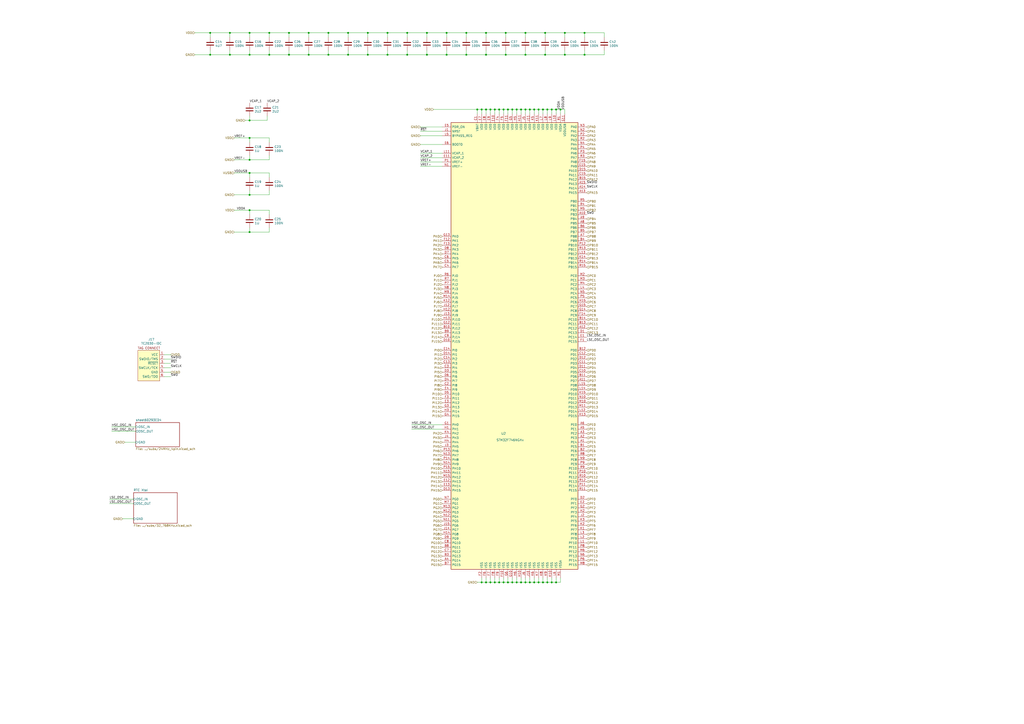
<source format=kicad_sch>
(kicad_sch (version 20211123) (generator eeschema)
  (paper "A2")
  (lib_symbols
    (symbol "Device:C" (pin_numbers hide) (pin_names (offset 0.254))
      (property "Reference" "C" (at 0.635 2.54 0))
      (property "Value" "C" (at 0.635 -2.54 0))
      (symbol "C_0_1"
        (polyline (pts (xy -2.032 -0.762) (xy 2.032 -0.762)) (stroke (width 0.508)))
        (polyline (pts (xy -2.032 0.762) (xy 2.032 0.762)) (stroke (width 0.508)))
      )
      (symbol "C_1_1"
        (pin passive line (at 0 3.81 270) (length 2.794) (name "~") (number "1"))
        (pin passive line (at 0 -3.81 90) (length 2.794) (name "~") (number "2"))
      )
    )
    (symbol "MCU_ST_STM32F7:STM32F746NGHx"
      (property "Reference" "U" (at -38.1 130.81 0))
      (property "Value" "STM32F746NGHx" (at 30.48 130.81 0))
      (symbol "STM32F746NGHx_0_1"
        (rectangle (start -38.1 -129.54) (end 35.56 129.54) (stroke (width 0.254)) (fill (type background)))
      )
      (symbol "STM32F746NGHx_1_1"
        (pin bidirectional line (at 40.64 -55.88 180) (length 5.08) (name "PE4") (number "A1"))
        (pin bidirectional line (at 40.64 76.2 180) (length 5.08) (name "PB3") (number "A10"))
        (pin bidirectional line (at 40.64 -20.32 180) (length 5.08) (name "PD7") (number "A11"))
        (pin bidirectional line (at 40.64 10.16 180) (length 5.08) (name "PC12") (number "A12"))
        (pin bidirectional line (at 40.64 88.9 180) (length 5.08) (name "PA15") (number "A13"))
        (pin bidirectional line (at 40.64 91.44 180) (length 5.08) (name "PA14") (number "A14"))
        (pin bidirectional line (at 40.64 93.98 180) (length 5.08) (name "PA13") (number "A15"))
        (pin bidirectional line (at 40.64 -53.34 180) (length 5.08) (name "PE3") (number "A2"))
        (pin bidirectional line (at 40.64 -50.8 180) (length 5.08) (name "PE2") (number "A3"))
        (pin bidirectional line (at -43.18 -124.46 0) (length 5.08) (name "PG14") (number "A4"))
        (pin bidirectional line (at 40.64 -48.26 180) (length 5.08) (name "PE1") (number "A5"))
        (pin bidirectional line (at 40.64 -45.72 180) (length 5.08) (name "PE0") (number "A6"))
        (pin bidirectional line (at 40.64 63.5 180) (length 5.08) (name "PB8") (number "A7"))
        (pin bidirectional line (at 40.64 71.12 180) (length 5.08) (name "PB5") (number "A8"))
        (pin bidirectional line (at 40.64 73.66 180) (length 5.08) (name "PB4") (number "A9"))
        (pin bidirectional line (at 40.64 -58.42 180) (length 5.08) (name "PE5") (number "B1"))
        (pin bidirectional line (at -43.18 10.16 0) (length 5.08) (name "PJ12") (number "B10"))
        (pin bidirectional line (at 40.64 -17.78 180) (length 5.08) (name "PD6") (number "B11"))
        (pin bidirectional line (at 40.64 -2.54 180) (length 5.08) (name "PD0") (number "B12"))
        (pin bidirectional line (at 40.64 12.7 180) (length 5.08) (name "PC11") (number "B13"))
        (pin bidirectional line (at 40.64 15.24 180) (length 5.08) (name "PC10") (number "B14"))
        (pin bidirectional line (at 40.64 96.52 180) (length 5.08) (name "PA12") (number "B15"))
        (pin bidirectional line (at 40.64 -60.96 180) (length 5.08) (name "PE6") (number "B2"))
        (pin bidirectional line (at -43.18 -121.92 0) (length 5.08) (name "PG13") (number "B3"))
        (pin bidirectional line (at 40.64 60.96 180) (length 5.08) (name "PB9") (number "B4"))
        (pin bidirectional line (at 40.64 66.04 180) (length 5.08) (name "PB7") (number "B5"))
        (pin bidirectional line (at 40.64 68.58 180) (length 5.08) (name "PB6") (number "B6"))
        (pin bidirectional line (at -43.18 -127 0) (length 5.08) (name "PG15") (number "B7"))
        (pin bidirectional line (at -43.18 -116.84 0) (length 5.08) (name "PG11") (number "B8"))
        (pin bidirectional line (at -43.18 7.62 0) (length 5.08) (name "PJ13") (number "B9"))
        (pin power_in line (at -22.86 134.62 270) (length 5.08) (name "VBAT") (number "C1"))
        (pin bidirectional line (at 40.64 -15.24 180) (length 5.08) (name "PD5") (number "C10"))
        (pin bidirectional line (at 40.64 -10.16 180) (length 5.08) (name "PD3") (number "C11"))
        (pin bidirectional line (at 40.64 -5.08 180) (length 5.08) (name "PD1") (number "C12"))
        (pin bidirectional line (at -43.18 -10.16 0) (length 5.08) (name "PI3") (number "C13"))
        (pin bidirectional line (at -43.18 -7.62 0) (length 5.08) (name "PI2") (number "C14"))
        (pin bidirectional line (at 40.64 99.06 180) (length 5.08) (name "PA11") (number "C15"))
        (pin bidirectional line (at -43.18 -22.86 0) (length 5.08) (name "PI8") (number "C2"))
        (pin bidirectional line (at -43.18 -12.7 0) (length 5.08) (name "PI4") (number "C3"))
        (pin bidirectional line (at -43.18 45.72 0) (length 5.08) (name "PK7") (number "C4"))
        (pin bidirectional line (at -43.18 48.26 0) (length 5.08) (name "PK6") (number "C5"))
        (pin bidirectional line (at -43.18 50.8 0) (length 5.08) (name "PK5") (number "C6"))
        (pin bidirectional line (at -43.18 -119.38 0) (length 5.08) (name "PG12") (number "C7"))
        (pin bidirectional line (at -43.18 -114.3 0) (length 5.08) (name "PG10") (number "C8"))
        (pin bidirectional line (at -43.18 5.08 0) (length 5.08) (name "PJ14") (number "C9"))
        (pin bidirectional line (at 40.64 7.62 180) (length 5.08) (name "PC13") (number "D1"))
        (pin bidirectional line (at -43.18 2.54 0) (length 5.08) (name "PJ15") (number "D10"))
        (pin bidirectional line (at 40.64 -12.7 180) (length 5.08) (name "PD4") (number "D11"))
        (pin bidirectional line (at 40.64 -7.62 180) (length 5.08) (name "PD2") (number "D12"))
        (pin bidirectional line (at -43.18 -83.82 0) (length 5.08) (name "PH15") (number "D13"))
        (pin bidirectional line (at -43.18 -5.08 0) (length 5.08) (name "PI1") (number "D14"))
        (pin bidirectional line (at 40.64 101.6 180) (length 5.08) (name "PA10") (number "D15"))
        (pin bidirectional line (at 40.64 -88.9 180) (length 5.08) (name "PF0") (number "D2"))
        (pin bidirectional line (at -43.18 -15.24 0) (length 5.08) (name "PI5") (number "D3"))
        (pin bidirectional line (at -43.18 -20.32 0) (length 5.08) (name "PI7") (number "D4"))
        (pin bidirectional line (at -43.18 -27.94 0) (length 5.08) (name "PI10") (number "D5"))
        (pin bidirectional line (at -43.18 -17.78 0) (length 5.08) (name "PI6") (number "D6"))
        (pin bidirectional line (at -43.18 53.34 0) (length 5.08) (name "PK4") (number "D7"))
        (pin bidirectional line (at -43.18 55.88 0) (length 5.08) (name "PK3") (number "D8"))
        (pin bidirectional line (at -43.18 -111.76 0) (length 5.08) (name "PG9") (number "D9"))
        (pin bidirectional line (at 40.64 5.08 180) (length 5.08) (name "PC14") (number "E1"))
        (pin power_in line (at -12.7 134.62 270) (length 5.08) (name "VDD") (number "E10"))
        (pin power_in line (at -43.18 109.22 0) (length 5.08) (name "VCAP_2") (number "E11"))
        (pin bidirectional line (at -43.18 -78.74 0) (length 5.08) (name "PH13") (number "E12"))
        (pin bidirectional line (at -43.18 -81.28 0) (length 5.08) (name "PH14") (number "E13"))
        (pin bidirectional line (at -43.18 -2.54 0) (length 5.08) (name "PI0") (number "E14"))
        (pin bidirectional line (at 40.64 104.14 180) (length 5.08) (name "PA9") (number "E15"))
        (pin bidirectional line (at 40.64 -91.44 180) (length 5.08) (name "PF1") (number "E2"))
        (pin bidirectional line (at -43.18 -33.02 0) (length 5.08) (name "PI12") (number "E3"))
        (pin bidirectional line (at -43.18 -25.4 0) (length 5.08) (name "PI9") (number "E4"))
        (pin input line (at -43.18 127 0) (length 5.08) (name "PDR_ON") (number "E5"))
        (pin input line (at -43.18 116.84 0) (length 5.08) (name "BOOT0") (number "E6"))
        (pin power_in line (at -20.32 134.62 270) (length 5.08) (name "VDD") (number "E7"))
        (pin power_in line (at -17.78 134.62 270) (length 5.08) (name "VDD") (number "E8"))
        (pin power_in line (at -15.24 134.62 270) (length 5.08) (name "VDD") (number "E9"))
        (pin bidirectional line (at 40.64 2.54 180) (length 5.08) (name "PC15") (number "F1"))
        (pin power_in line (at -7.62 -134.62 90) (length 5.08) (name "VSS") (number "F10"))
        (pin power_in line (at -5.08 134.62 270) (length 5.08) (name "VDD") (number "F11"))
        (pin bidirectional line (at -43.18 60.96 0) (length 5.08) (name "PK1") (number "F12"))
        (pin bidirectional line (at -43.18 58.42 0) (length 5.08) (name "PK2") (number "F13"))
        (pin bidirectional line (at 40.64 17.78 180) (length 5.08) (name "PC9") (number "F14"))
        (pin bidirectional line (at 40.64 106.68 180) (length 5.08) (name "PA8") (number "F15"))
        (pin power_in line (at -20.32 -134.62 90) (length 5.08) (name "VSS") (number "F2"))
        (pin bidirectional line (at -43.18 -30.48 0) (length 5.08) (name "PI11") (number "F3"))
        (pin power_in line (at -10.16 134.62 270) (length 5.08) (name "VDD") (number "F4"))
        (pin power_in line (at -7.62 134.62 270) (length 5.08) (name "VDD") (number "F5"))
        (pin power_in line (at -17.78 -134.62 90) (length 5.08) (name "VSS") (number "F6"))
        (pin power_in line (at -15.24 -134.62 90) (length 5.08) (name "VSS") (number "F7"))
        (pin power_in line (at -12.7 -134.62 90) (length 5.08) (name "VSS") (number "F8"))
        (pin power_in line (at -10.16 -134.62 90) (length 5.08) (name "VSS") (number "F9"))
        (pin input line (at -43.18 -45.72 0) (length 5.08) (name "PH0") (number "G1"))
        (pin power_in line (at -2.54 -134.62 90) (length 5.08) (name "VSS") (number "G10"))
        (pin power_in line (at 27.94 134.62 270) (length 5.08) (name "VDDUSB") (number "G11"))
        (pin bidirectional line (at -43.18 12.7 0) (length 5.08) (name "PJ11") (number "G12"))
        (pin bidirectional line (at -43.18 63.5 0) (length 5.08) (name "PK0") (number "G13"))
        (pin bidirectional line (at 40.64 20.32 180) (length 5.08) (name "PC8") (number "G14"))
        (pin bidirectional line (at 40.64 22.86 180) (length 5.08) (name "PC7") (number "G15"))
        (pin bidirectional line (at 40.64 -93.98 180) (length 5.08) (name "PF2") (number "G2"))
        (pin bidirectional line (at -43.18 -35.56 0) (length 5.08) (name "PI13") (number "G3"))
        (pin bidirectional line (at -43.18 -40.64 0) (length 5.08) (name "PI15") (number "G4"))
        (pin power_in line (at -2.54 134.62 270) (length 5.08) (name "VDD") (number "G5"))
        (pin power_in line (at -5.08 -134.62 90) (length 5.08) (name "VSS") (number "G6"))
        (pin input line (at -43.18 -48.26 0) (length 5.08) (name "PH1") (number "H1"))
        (pin power_in line (at 2.54 -134.62 90) (length 5.08) (name "VSS") (number "H10"))
        (pin power_in line (at 2.54 134.62 270) (length 5.08) (name "VDD") (number "H11"))
        (pin bidirectional line (at -43.18 20.32 0) (length 5.08) (name "PJ8") (number "H12"))
        (pin bidirectional line (at -43.18 15.24 0) (length 5.08) (name "PJ10") (number "H13"))
        (pin bidirectional line (at -43.18 -109.22 0) (length 5.08) (name "PG8") (number "H14"))
        (pin bidirectional line (at 40.64 25.4 180) (length 5.08) (name "PC6") (number "H15"))
        (pin bidirectional line (at 40.64 -96.52 180) (length 5.08) (name "PF3") (number "H2"))
        (pin bidirectional line (at -43.18 -38.1 0) (length 5.08) (name "PI14") (number "H3"))
        (pin bidirectional line (at -43.18 -55.88 0) (length 5.08) (name "PH4") (number "H4"))
        (pin power_in line (at 0 134.62 270) (length 5.08) (name "VDD") (number "H5"))
        (pin power_in line (at 0 -134.62 90) (length 5.08) (name "VSS") (number "H6"))
        (pin input line (at -43.18 124.46 0) (length 5.08) (name "NRST") (number "J1"))
        (pin power_in line (at 7.62 -134.62 90) (length 5.08) (name "VSS") (number "J10"))
        (pin power_in line (at 7.62 134.62 270) (length 5.08) (name "VDD") (number "J11"))
        (pin bidirectional line (at -43.18 22.86 0) (length 5.08) (name "PJ7") (number "J12"))
        (pin bidirectional line (at -43.18 17.78 0) (length 5.08) (name "PJ9") (number "J13"))
        (pin bidirectional line (at -43.18 -106.68 0) (length 5.08) (name "PG7") (number "J14"))
        (pin bidirectional line (at -43.18 -104.14 0) (length 5.08) (name "PG6") (number "J15"))
        (pin bidirectional line (at 40.64 -99.06 180) (length 5.08) (name "PF4") (number "J2"))
        (pin bidirectional line (at -43.18 -58.42 0) (length 5.08) (name "PH5") (number "J3"))
        (pin bidirectional line (at -43.18 -53.34 0) (length 5.08) (name "PH3") (number "J4"))
        (pin power_in line (at 5.08 134.62 270) (length 5.08) (name "VDD") (number "J5"))
        (pin power_in line (at 5.08 -134.62 90) (length 5.08) (name "VSS") (number "J6"))
        (pin bidirectional line (at 40.64 -106.68 180) (length 5.08) (name "PF7") (number "K1"))
        (pin power_in line (at 20.32 -134.62 90) (length 5.08) (name "VSS") (number "K10"))
        (pin power_in line (at 12.7 134.62 270) (length 5.08) (name "VDD") (number "K11"))
        (pin bidirectional line (at -43.18 25.4 0) (length 5.08) (name "PJ6") (number "K12"))
        (pin bidirectional line (at 40.64 -40.64 180) (length 5.08) (name "PD15") (number "K13"))
        (pin bidirectional line (at 40.64 50.8 180) (length 5.08) (name "PB13") (number "K14"))
        (pin bidirectional line (at 40.64 -27.94 180) (length 5.08) (name "PD10") (number "K15"))
        (pin bidirectional line (at 40.64 -104.14 180) (length 5.08) (name "PF6") (number "K2"))
        (pin bidirectional line (at 40.64 -101.6 180) (length 5.08) (name "PF5") (number "K3"))
        (pin bidirectional line (at -43.18 -50.8 0) (length 5.08) (name "PH2") (number "K4"))
        (pin power_in line (at 10.16 134.62 270) (length 5.08) (name "VDD") (number "K5"))
        (pin power_in line (at 10.16 -134.62 90) (length 5.08) (name "VSS") (number "K6"))
        (pin power_in line (at 12.7 -134.62 90) (length 5.08) (name "VSS") (number "K7"))
        (pin power_in line (at 15.24 -134.62 90) (length 5.08) (name "VSS") (number "K8"))
        (pin power_in line (at 17.78 -134.62 90) (length 5.08) (name "VSS") (number "K9"))
        (pin bidirectional line (at 40.64 -114.3 180) (length 5.08) (name "PF10") (number "L1"))
        (pin power_in line (at 22.86 134.62 270) (length 5.08) (name "VDD") (number "L10"))
        (pin power_in line (at -43.18 111.76 0) (length 5.08) (name "VCAP_1") (number "L11"))
        (pin bidirectional line (at 40.64 -38.1 180) (length 5.08) (name "PD14") (number "L12"))
        (pin bidirectional line (at 40.64 53.34 180) (length 5.08) (name "PB12") (number "L13"))
        (pin bidirectional line (at 40.64 -25.4 180) (length 5.08) (name "PD9") (number "L14"))
        (pin bidirectional line (at 40.64 -22.86 180) (length 5.08) (name "PD8") (number "L15"))
        (pin bidirectional line (at 40.64 -111.76 180) (length 5.08) (name "PF9") (number "L2"))
        (pin bidirectional line (at 40.64 -109.22 180) (length 5.08) (name "PF8") (number "L3"))
        (pin bidirectional line (at 40.64 33.02 180) (length 5.08) (name "PC3") (number "L4"))
        (pin input line (at -43.18 121.92 0) (length 5.08) (name "BYPASS_REG") (number "L5"))
        (pin power_in line (at 22.86 -134.62 90) (length 5.08) (name "VSS") (number "L6"))
        (pin power_in line (at 15.24 134.62 270) (length 5.08) (name "VDD") (number "L7"))
        (pin power_in line (at 17.78 134.62 270) (length 5.08) (name "VDD") (number "L8"))
        (pin power_in line (at 20.32 134.62 270) (length 5.08) (name "VDD") (number "L9"))
        (pin power_in line (at 25.4 -134.62 90) (length 5.08) (name "VSSA") (number "M1"))
        (pin bidirectional line (at 40.64 -33.02 180) (length 5.08) (name "PD12") (number "M10"))
        (pin bidirectional line (at 40.64 -35.56 180) (length 5.08) (name "PD13") (number "M11"))
        (pin bidirectional line (at -43.18 -96.52 0) (length 5.08) (name "PG3") (number "M12"))
        (pin bidirectional line (at -43.18 -93.98 0) (length 5.08) (name "PG2") (number "M13"))
        (pin bidirectional line (at -43.18 27.94 0) (length 5.08) (name "PJ5") (number "M14"))
        (pin bidirectional line (at -43.18 -76.2 0) (length 5.08) (name "PH12") (number "M15"))
        (pin bidirectional line (at 40.64 40.64 180) (length 5.08) (name "PC0") (number "M2"))
        (pin bidirectional line (at 40.64 38.1 180) (length 5.08) (name "PC1") (number "M3"))
        (pin bidirectional line (at 40.64 35.56 180) (length 5.08) (name "PC2") (number "M4"))
        (pin bidirectional line (at 40.64 78.74 180) (length 5.08) (name "PB2") (number "M5"))
        (pin bidirectional line (at 40.64 -119.38 180) (length 5.08) (name "PF12") (number "M6"))
        (pin bidirectional line (at -43.18 -91.44 0) (length 5.08) (name "PG1") (number "M7"))
        (pin bidirectional line (at 40.64 -127 180) (length 5.08) (name "PF15") (number "M8"))
        (pin bidirectional line (at -43.18 30.48 0) (length 5.08) (name "PJ4") (number "M9"))
        (pin power_in line (at -43.18 104.14 0) (length 5.08) (name "VREF-") (number "N1"))
        (pin bidirectional line (at 40.64 -30.48 180) (length 5.08) (name "PD11") (number "N10"))
        (pin bidirectional line (at -43.18 -101.6 0) (length 5.08) (name "PG5") (number "N11"))
        (pin bidirectional line (at -43.18 -99.06 0) (length 5.08) (name "PG4") (number "N12"))
        (pin bidirectional line (at -43.18 -63.5 0) (length 5.08) (name "PH7") (number "N13"))
        (pin bidirectional line (at -43.18 -68.58 0) (length 5.08) (name "PH9") (number "N14"))
        (pin bidirectional line (at -43.18 -73.66 0) (length 5.08) (name "PH11") (number "N15"))
        (pin bidirectional line (at 40.64 124.46 180) (length 5.08) (name "PA1") (number "N2"))
        (pin bidirectional line (at 40.64 127 180) (length 5.08) (name "PA0") (number "N3"))
        (pin bidirectional line (at 40.64 116.84 180) (length 5.08) (name "PA4") (number "N4"))
        (pin bidirectional line (at 40.64 30.48 180) (length 5.08) (name "PC4") (number "N5"))
        (pin bidirectional line (at 40.64 -121.92 180) (length 5.08) (name "PF13") (number "N6"))
        (pin bidirectional line (at -43.18 -88.9 0) (length 5.08) (name "PG0") (number "N7"))
        (pin bidirectional line (at -43.18 33.02 0) (length 5.08) (name "PJ3") (number "N8"))
        (pin bidirectional line (at 40.64 -66.04 180) (length 5.08) (name "PE8") (number "N9"))
        (pin power_in line (at -43.18 106.68 0) (length 5.08) (name "VREF+") (number "P1"))
        (pin bidirectional line (at 40.64 -73.66 180) (length 5.08) (name "PE11") (number "P10"))
        (pin bidirectional line (at 40.64 -81.28 180) (length 5.08) (name "PE14") (number "P11"))
        (pin bidirectional line (at 40.64 58.42 180) (length 5.08) (name "PB10") (number "P12"))
        (pin bidirectional line (at -43.18 -60.96 0) (length 5.08) (name "PH6") (number "P13"))
        (pin bidirectional line (at -43.18 -66.04 0) (length 5.08) (name "PH8") (number "P14"))
        (pin bidirectional line (at -43.18 -71.12 0) (length 5.08) (name "PH10") (number "P15"))
        (pin bidirectional line (at 40.64 121.92 180) (length 5.08) (name "PA2") (number "P2"))
        (pin bidirectional line (at 40.64 111.76 180) (length 5.08) (name "PA6") (number "P3"))
        (pin bidirectional line (at 40.64 114.3 180) (length 5.08) (name "PA5") (number "P4"))
        (pin bidirectional line (at 40.64 27.94 180) (length 5.08) (name "PC5") (number "P5"))
        (pin bidirectional line (at 40.64 -124.46 180) (length 5.08) (name "PF14") (number "P6"))
        (pin bidirectional line (at -43.18 35.56 0) (length 5.08) (name "PJ2") (number "P7"))
        (pin bidirectional line (at 40.64 -116.84 180) (length 5.08) (name "PF11") (number "P8"))
        (pin bidirectional line (at 40.64 -68.58 180) (length 5.08) (name "PE9") (number "P9"))
        (pin power_in line (at 25.4 134.62 270) (length 5.08) (name "VDDA") (number "R1"))
        (pin bidirectional line (at 40.64 -76.2 180) (length 5.08) (name "PE12") (number "R10"))
        (pin bidirectional line (at 40.64 -83.82 180) (length 5.08) (name "PE15") (number "R11"))
        (pin bidirectional line (at 40.64 -78.74 180) (length 5.08) (name "PE13") (number "R12"))
        (pin bidirectional line (at 40.64 55.88 180) (length 5.08) (name "PB11") (number "R13"))
        (pin bidirectional line (at 40.64 48.26 180) (length 5.08) (name "PB14") (number "R14"))
        (pin bidirectional line (at 40.64 45.72 180) (length 5.08) (name "PB15") (number "R15"))
        (pin bidirectional line (at 40.64 119.38 180) (length 5.08) (name "PA3") (number "R2"))
        (pin bidirectional line (at 40.64 109.22 180) (length 5.08) (name "PA7") (number "R3"))
        (pin bidirectional line (at 40.64 81.28 180) (length 5.08) (name "PB1") (number "R4"))
        (pin bidirectional line (at 40.64 83.82 180) (length 5.08) (name "PB0") (number "R5"))
        (pin bidirectional line (at -43.18 40.64 0) (length 5.08) (name "PJ0") (number "R6"))
        (pin bidirectional line (at -43.18 38.1 0) (length 5.08) (name "PJ1") (number "R7"))
        (pin bidirectional line (at 40.64 -63.5 180) (length 5.08) (name "PE7") (number "R8"))
        (pin bidirectional line (at 40.64 -71.12 180) (length 5.08) (name "PE10") (number "R9"))
      )
    )
    (symbol "william_connectors:TC2030-IDC" (pin_names (offset 1.016))
      (property "Reference" "J" (at 10.16 -8.89 0))
      (property "Value" "TC2030-IDC" (at 1.27 -10.16 0))
      (symbol "TC2030-IDC_0_0"
        (text "TAG CONNECT" (at 1.27 10.16 0) (effects (font (size 1.27 1.27))))
      )
      (symbol "TC2030-IDC_0_1"
        (rectangle (start -5.08 -8.89) (end 7.62 8.89) (fill (type background)))
      )
      (symbol "TC2030-IDC_1_1"
        (pin power_in line (at -7.62 6.35 0) (length 2.54) (name "VCC") (number "1"))
        (pin bidirectional line (at -7.62 3.81 0) (length 2.54) (name "SWDIO/TMS") (number "2"))
        (pin output line (at -7.62 1.27 0) (length 2.54) (name "~{RESET}") (number "3"))
        (pin output line (at -7.62 -1.27 0) (length 2.54) (name "SWCLK/TCK") (number "4"))
        (pin power_in line (at -7.62 -3.81 0) (length 2.54) (name "GND") (number "5"))
        (pin input line (at -7.62 -6.35 0) (length 2.54) (name "SWO/TDO") (number "6"))
      )
    )
  )
  (junction (at 320.04 63.5))
  (junction (at 281.94 337.82))
  (junction (at 299.72 63.5))
  (junction (at 304.8 31.75))
  (junction (at 236.22 19.05))
  (junction (at 287.02 63.5))
  (junction (at 224.79 31.75))
  (junction (at 270.51 19.05))
  (junction (at 322.58 63.5))
  (junction (at 201.93 31.75))
  (junction (at 292.1 63.5))
  (junction (at 190.5 31.75))
  (junction (at 284.48 337.82))
  (junction (at 144.78 80.01))
  (junction (at 339.09 31.75))
  (junction (at 320.04 337.82))
  (junction (at 144.78 92.71))
  (junction (at 294.64 63.5))
  (junction (at 190.5 19.05))
  (junction (at 281.94 19.05))
  (junction (at 144.78 31.75))
  (junction (at 247.65 19.05))
  (junction (at 325.12 63.5))
  (junction (at 236.22 31.75))
  (junction (at 314.96 63.5))
  (junction (at 293.37 19.05))
  (junction (at 302.26 63.5))
  (junction (at 121.92 31.75))
  (junction (at 289.56 337.82))
  (junction (at 224.79 19.05))
  (junction (at 309.88 63.5))
  (junction (at 133.35 19.05))
  (junction (at 144.78 100.33))
  (junction (at 297.18 63.5))
  (junction (at 144.78 134.62))
  (junction (at 317.5 63.5))
  (junction (at 144.78 69.85))
  (junction (at 297.18 337.82))
  (junction (at 316.23 31.75))
  (junction (at 259.08 31.75))
  (junction (at 284.48 63.5))
  (junction (at 167.64 19.05))
  (junction (at 144.78 19.05))
  (junction (at 317.5 337.82))
  (junction (at 156.21 31.75))
  (junction (at 213.36 31.75))
  (junction (at 293.37 31.75))
  (junction (at 270.51 31.75))
  (junction (at 309.88 337.82))
  (junction (at 327.66 31.75))
  (junction (at 316.23 19.05))
  (junction (at 302.26 337.82))
  (junction (at 133.35 31.75))
  (junction (at 156.21 19.05))
  (junction (at 144.78 113.03))
  (junction (at 281.94 63.5))
  (junction (at 259.08 19.05))
  (junction (at 312.42 63.5))
  (junction (at 276.86 63.5))
  (junction (at 281.94 31.75))
  (junction (at 299.72 337.82))
  (junction (at 213.36 19.05))
  (junction (at 167.64 31.75))
  (junction (at 292.1 337.82))
  (junction (at 179.07 19.05))
  (junction (at 327.66 19.05))
  (junction (at 304.8 19.05))
  (junction (at 279.4 337.82))
  (junction (at 201.93 19.05))
  (junction (at 287.02 337.82))
  (junction (at 307.34 63.5))
  (junction (at 279.4 63.5))
  (junction (at 289.56 63.5))
  (junction (at 179.07 31.75))
  (junction (at 339.09 19.05))
  (junction (at 304.8 63.5))
  (junction (at 312.42 337.82))
  (junction (at 307.34 337.82))
  (junction (at 322.58 337.82))
  (junction (at 144.78 121.92))
  (junction (at 121.92 19.05))
  (junction (at 294.64 337.82))
  (junction (at 314.96 337.82))
  (junction (at 304.8 337.82))
  (junction (at 247.65 31.75))
  (wire (pts (xy 71.12 300.99) (xy 77.47 300.99)))
  (wire (pts (xy 292.1 335.28) (xy 292.1 337.82)))
  (wire (pts (xy 299.72 63.5) (xy 302.26 63.5)))
  (wire (pts (xy 213.36 29.21) (xy 213.36 31.75)))
  (wire (pts (xy 247.65 19.05) (xy 259.08 19.05)))
  (wire (pts (xy 307.34 335.28) (xy 307.34 337.82)))
  (wire (pts (xy 63.5 292.1) (xy 77.47 292.1)))
  (wire (pts (xy 320.04 337.82) (xy 322.58 337.82)))
  (wire (pts (xy 144.78 19.05) (xy 144.78 21.59)))
  (wire (pts (xy 276.86 337.82) (xy 279.4 337.82)))
  (wire (pts (xy 144.78 124.46) (xy 144.78 121.92)))
  (wire (pts (xy 154.94 69.85) (xy 154.94 67.31)))
  (wire (pts (xy 299.72 335.28) (xy 299.72 337.82)))
  (wire (pts (xy 99.06 205.74) (xy 95.25 205.74)))
  (wire (pts (xy 317.5 66.04) (xy 317.5 63.5)))
  (wire (pts (xy 144.78 31.75) (xy 133.35 31.75)))
  (wire (pts (xy 270.51 19.05) (xy 281.94 19.05)))
  (wire (pts (xy 327.66 31.75) (xy 316.23 31.75)))
  (wire (pts (xy 243.84 93.98) (xy 256.54 93.98)))
  (wire (pts (xy 304.8 31.75) (xy 293.37 31.75)))
  (wire (pts (xy 297.18 337.82) (xy 299.72 337.82)))
  (wire (pts (xy 279.4 337.82) (xy 281.94 337.82)))
  (wire (pts (xy 281.94 19.05) (xy 293.37 19.05)))
  (wire (pts (xy 320.04 63.5) (xy 322.58 63.5)))
  (wire (pts (xy 144.78 100.33) (xy 156.21 100.33)))
  (wire (pts (xy 201.93 19.05) (xy 201.93 21.59)))
  (wire (pts (xy 167.64 31.75) (xy 156.21 31.75)))
  (wire (pts (xy 270.51 31.75) (xy 259.08 31.75)))
  (wire (pts (xy 293.37 29.21) (xy 293.37 31.75)))
  (wire (pts (xy 135.89 121.92) (xy 144.78 121.92)))
  (wire (pts (xy 213.36 19.05) (xy 224.79 19.05)))
  (wire (pts (xy 133.35 31.75) (xy 121.92 31.75)))
  (wire (pts (xy 297.18 66.04) (xy 297.18 63.5)))
  (wire (pts (xy 317.5 63.5) (xy 320.04 63.5)))
  (wire (pts (xy 312.42 66.04) (xy 312.42 63.5)))
  (wire (pts (xy 190.5 29.21) (xy 190.5 31.75)))
  (wire (pts (xy 292.1 63.5) (xy 294.64 63.5)))
  (wire (pts (xy 213.36 31.75) (xy 201.93 31.75)))
  (wire (pts (xy 314.96 63.5) (xy 317.5 63.5)))
  (wire (pts (xy 325.12 335.28) (xy 325.12 337.82)))
  (wire (pts (xy 279.4 335.28) (xy 279.4 337.82)))
  (wire (pts (xy 236.22 19.05) (xy 236.22 21.59)))
  (wire (pts (xy 279.4 63.5) (xy 281.94 63.5)))
  (wire (pts (xy 327.66 19.05) (xy 339.09 19.05)))
  (wire (pts (xy 317.5 337.82) (xy 320.04 337.82)))
  (wire (pts (xy 179.07 31.75) (xy 167.64 31.75)))
  (wire (pts (xy 95.25 208.28) (xy 99.06 208.28)))
  (wire (pts (xy 316.23 31.75) (xy 304.8 31.75)))
  (wire (pts (xy 316.23 19.05) (xy 316.23 21.59)))
  (wire (pts (xy 304.8 29.21) (xy 304.8 31.75)))
  (wire (pts (xy 339.09 19.05) (xy 350.52 19.05)))
  (wire (pts (xy 156.21 80.01) (xy 156.21 82.55)))
  (wire (pts (xy 179.07 29.21) (xy 179.07 31.75)))
  (wire (pts (xy 327.66 63.5) (xy 327.66 66.04)))
  (wire (pts (xy 213.36 19.05) (xy 213.36 21.59)))
  (wire (pts (xy 144.78 90.17) (xy 144.78 92.71)))
  (wire (pts (xy 350.52 29.21) (xy 350.52 31.75)))
  (wire (pts (xy 309.88 335.28) (xy 309.88 337.82)))
  (wire (pts (xy 224.79 19.05) (xy 224.79 21.59)))
  (wire (pts (xy 297.18 63.5) (xy 299.72 63.5)))
  (wire (pts (xy 316.23 19.05) (xy 327.66 19.05)))
  (wire (pts (xy 304.8 19.05) (xy 304.8 21.59)))
  (wire (pts (xy 302.26 66.04) (xy 302.26 63.5)))
  (wire (pts (xy 243.84 78.74) (xy 256.54 78.74)))
  (wire (pts (xy 307.34 66.04) (xy 307.34 63.5)))
  (wire (pts (xy 121.92 29.21) (xy 121.92 31.75)))
  (wire (pts (xy 304.8 66.04) (xy 304.8 63.5)))
  (wire (pts (xy 144.78 113.03) (xy 135.89 113.03)))
  (wire (pts (xy 287.02 337.82) (xy 289.56 337.82)))
  (wire (pts (xy 307.34 63.5) (xy 309.88 63.5)))
  (wire (pts (xy 294.64 63.5) (xy 297.18 63.5)))
  (wire (pts (xy 281.94 31.75) (xy 270.51 31.75)))
  (wire (pts (xy 224.79 29.21) (xy 224.79 31.75)))
  (wire (pts (xy 144.78 69.85) (xy 154.94 69.85)))
  (wire (pts (xy 201.93 31.75) (xy 190.5 31.75)))
  (wire (pts (xy 243.84 88.9) (xy 256.54 88.9)))
  (wire (pts (xy 236.22 29.21) (xy 236.22 31.75)))
  (wire (pts (xy 259.08 19.05) (xy 270.51 19.05)))
  (wire (pts (xy 251.46 63.5) (xy 276.86 63.5)))
  (wire (pts (xy 156.21 134.62) (xy 144.78 134.62)))
  (wire (pts (xy 339.09 31.75) (xy 327.66 31.75)))
  (wire (pts (xy 224.79 31.75) (xy 213.36 31.75)))
  (wire (pts (xy 243.84 73.66) (xy 256.54 73.66)))
  (wire (pts (xy 292.1 66.04) (xy 292.1 63.5)))
  (wire (pts (xy 322.58 66.04) (xy 322.58 63.5)))
  (wire (pts (xy 113.03 19.05) (xy 121.92 19.05)))
  (wire (pts (xy 270.51 19.05) (xy 270.51 21.59)))
  (wire (pts (xy 64.77 250.19) (xy 78.74 250.19)))
  (wire (pts (xy 144.78 132.08) (xy 144.78 134.62)))
  (wire (pts (xy 287.02 63.5) (xy 289.56 63.5)))
  (wire (pts (xy 314.96 337.82) (xy 317.5 337.82)))
  (wire (pts (xy 256.54 96.52) (xy 243.84 96.52)))
  (wire (pts (xy 327.66 29.21) (xy 327.66 31.75)))
  (wire (pts (xy 63.5 289.56) (xy 77.47 289.56)))
  (wire (pts (xy 133.35 19.05) (xy 133.35 21.59)))
  (wire (pts (xy 144.78 80.01) (xy 156.21 80.01)))
  (wire (pts (xy 156.21 29.21) (xy 156.21 31.75)))
  (wire (pts (xy 156.21 113.03) (xy 144.78 113.03)))
  (wire (pts (xy 247.65 31.75) (xy 236.22 31.75)))
  (wire (pts (xy 144.78 82.55) (xy 144.78 80.01)))
  (wire (pts (xy 156.21 100.33) (xy 156.21 102.87)))
  (wire (pts (xy 302.26 63.5) (xy 304.8 63.5)))
  (wire (pts (xy 350.52 31.75) (xy 339.09 31.75)))
  (wire (pts (xy 190.5 19.05) (xy 190.5 21.59)))
  (wire (pts (xy 259.08 31.75) (xy 247.65 31.75)))
  (wire (pts (xy 279.4 66.04) (xy 279.4 63.5)))
  (wire (pts (xy 259.08 19.05) (xy 259.08 21.59)))
  (wire (pts (xy 156.21 132.08) (xy 156.21 134.62)))
  (wire (pts (xy 276.86 63.5) (xy 279.4 63.5)))
  (wire (pts (xy 287.02 66.04) (xy 287.02 63.5)))
  (wire (pts (xy 289.56 337.82) (xy 292.1 337.82)))
  (wire (pts (xy 284.48 63.5) (xy 287.02 63.5)))
  (wire (pts (xy 320.04 335.28) (xy 320.04 337.82)))
  (wire (pts (xy 95.25 210.82) (xy 99.06 210.82)))
  (wire (pts (xy 224.79 19.05) (xy 236.22 19.05)))
  (wire (pts (xy 133.35 29.21) (xy 133.35 31.75)))
  (wire (pts (xy 121.92 31.75) (xy 113.03 31.75)))
  (wire (pts (xy 144.78 134.62) (xy 135.89 134.62)))
  (wire (pts (xy 156.21 92.71) (xy 144.78 92.71)))
  (wire (pts (xy 156.21 110.49) (xy 156.21 113.03)))
  (wire (pts (xy 322.58 337.82) (xy 325.12 337.82)))
  (wire (pts (xy 292.1 337.82) (xy 294.64 337.82)))
  (wire (pts (xy 294.64 337.82) (xy 297.18 337.82)))
  (wire (pts (xy 201.93 19.05) (xy 213.36 19.05)))
  (wire (pts (xy 276.86 66.04) (xy 276.86 63.5)))
  (wire (pts (xy 304.8 337.82) (xy 307.34 337.82)))
  (wire (pts (xy 304.8 63.5) (xy 307.34 63.5)))
  (wire (pts (xy 247.65 29.21) (xy 247.65 31.75)))
  (wire (pts (xy 247.65 19.05) (xy 247.65 21.59)))
  (wire (pts (xy 350.52 19.05) (xy 350.52 21.59)))
  (wire (pts (xy 281.94 29.21) (xy 281.94 31.75)))
  (wire (pts (xy 297.18 335.28) (xy 297.18 337.82)))
  (wire (pts (xy 179.07 19.05) (xy 190.5 19.05)))
  (wire (pts (xy 304.8 335.28) (xy 304.8 337.82)))
  (wire (pts (xy 167.64 19.05) (xy 167.64 21.59)))
  (wire (pts (xy 236.22 31.75) (xy 224.79 31.75)))
  (wire (pts (xy 317.5 335.28) (xy 317.5 337.82)))
  (wire (pts (xy 307.34 337.82) (xy 309.88 337.82)))
  (wire (pts (xy 289.56 335.28) (xy 289.56 337.82)))
  (wire (pts (xy 281.94 19.05) (xy 281.94 21.59)))
  (wire (pts (xy 238.76 246.38) (xy 256.54 246.38)))
  (wire (pts (xy 156.21 31.75) (xy 144.78 31.75)))
  (wire (pts (xy 322.58 335.28) (xy 322.58 337.82)))
  (wire (pts (xy 243.84 76.2) (xy 256.54 76.2)))
  (wire (pts (xy 294.64 66.04) (xy 294.64 63.5)))
  (wire (pts (xy 156.21 90.17) (xy 156.21 92.71)))
  (wire (pts (xy 325.12 66.04) (xy 325.12 63.5)))
  (wire (pts (xy 72.39 256.54) (xy 78.74 256.54)))
  (wire (pts (xy 314.96 335.28) (xy 314.96 337.82)))
  (wire (pts (xy 135.89 100.33) (xy 144.78 100.33)))
  (wire (pts (xy 144.78 29.21) (xy 144.78 31.75)))
  (wire (pts (xy 144.78 102.87) (xy 144.78 100.33)))
  (wire (pts (xy 302.26 337.82) (xy 304.8 337.82)))
  (wire (pts (xy 133.35 19.05) (xy 144.78 19.05)))
  (wire (pts (xy 259.08 29.21) (xy 259.08 31.75)))
  (wire (pts (xy 309.88 63.5) (xy 312.42 63.5)))
  (wire (pts (xy 121.92 19.05) (xy 133.35 19.05)))
  (wire (pts (xy 201.93 29.21) (xy 201.93 31.75)))
  (wire (pts (xy 320.04 66.04) (xy 320.04 63.5)))
  (wire (pts (xy 190.5 31.75) (xy 179.07 31.75)))
  (wire (pts (xy 190.5 19.05) (xy 201.93 19.05)))
  (wire (pts (xy 281.94 335.28) (xy 281.94 337.82)))
  (wire (pts (xy 322.58 63.5) (xy 325.12 63.5)))
  (wire (pts (xy 284.48 335.28) (xy 284.48 337.82)))
  (wire (pts (xy 312.42 337.82) (xy 314.96 337.82)))
  (wire (pts (xy 293.37 19.05) (xy 293.37 21.59)))
  (wire (pts (xy 299.72 337.82) (xy 302.26 337.82)))
  (wire (pts (xy 156.21 19.05) (xy 156.21 21.59)))
  (wire (pts (xy 156.21 19.05) (xy 167.64 19.05)))
  (wire (pts (xy 95.25 215.9) (xy 99.06 215.9)))
  (wire (pts (xy 144.78 19.05) (xy 156.21 19.05)))
  (wire (pts (xy 144.78 121.92) (xy 156.21 121.92)))
  (wire (pts (xy 312.42 335.28) (xy 312.42 337.82)))
  (wire (pts (xy 289.56 63.5) (xy 292.1 63.5)))
  (wire (pts (xy 309.88 337.82) (xy 312.42 337.82)))
  (wire (pts (xy 304.8 19.05) (xy 316.23 19.05)))
  (wire (pts (xy 99.06 213.36) (xy 95.25 213.36)))
  (wire (pts (xy 167.64 19.05) (xy 179.07 19.05)))
  (wire (pts (xy 281.94 337.82) (xy 284.48 337.82)))
  (wire (pts (xy 327.66 19.05) (xy 327.66 21.59)))
  (wire (pts (xy 289.56 66.04) (xy 289.56 63.5)))
  (wire (pts (xy 293.37 31.75) (xy 281.94 31.75)))
  (wire (pts (xy 294.64 335.28) (xy 294.64 337.82)))
  (wire (pts (xy 64.77 247.65) (xy 78.74 247.65)))
  (wire (pts (xy 156.21 121.92) (xy 156.21 124.46)))
  (wire (pts (xy 144.78 110.49) (xy 144.78 113.03)))
  (wire (pts (xy 142.24 69.85) (xy 144.78 69.85)))
  (wire (pts (xy 270.51 29.21) (xy 270.51 31.75)))
  (wire (pts (xy 256.54 91.44) (xy 243.84 91.44)))
  (wire (pts (xy 314.96 66.04) (xy 314.96 63.5)))
  (wire (pts (xy 316.23 29.21) (xy 316.23 31.75)))
  (wire (pts (xy 302.26 335.28) (xy 302.26 337.82)))
  (wire (pts (xy 325.12 63.5) (xy 327.66 63.5)))
  (wire (pts (xy 167.64 29.21) (xy 167.64 31.75)))
  (wire (pts (xy 238.76 248.92) (xy 256.54 248.92)))
  (wire (pts (xy 135.89 80.01) (xy 144.78 80.01)))
  (wire (pts (xy 281.94 63.5) (xy 284.48 63.5)))
  (wire (pts (xy 121.92 21.59) (xy 121.92 19.05)))
  (wire (pts (xy 287.02 335.28) (xy 287.02 337.82)))
  (wire (pts (xy 144.78 92.71) (xy 135.89 92.71)))
  (wire (pts (xy 284.48 337.82) (xy 287.02 337.82)))
  (wire (pts (xy 284.48 66.04) (xy 284.48 63.5)))
  (wire (pts (xy 281.94 66.04) (xy 281.94 63.5)))
  (wire (pts (xy 236.22 19.05) (xy 247.65 19.05)))
  (wire (pts (xy 309.88 66.04) (xy 309.88 63.5)))
  (wire (pts (xy 339.09 29.21) (xy 339.09 31.75)))
  (wire (pts (xy 299.72 66.04) (xy 299.72 63.5)))
  (wire (pts (xy 339.09 19.05) (xy 339.09 21.59)))
  (wire (pts (xy 312.42 63.5) (xy 314.96 63.5)))
  (wire (pts (xy 144.78 67.31) (xy 144.78 69.85)))
  (wire (pts (xy 293.37 19.05) (xy 304.8 19.05)))
  (wire (pts (xy 243.84 83.82) (xy 256.54 83.82)))
  (wire (pts (xy 99.06 218.44) (xy 95.25 218.44)))
  (wire (pts (xy 179.07 19.05) (xy 179.07 21.59)))
  (label "VREF-" (at 135.89 92.71 0))
  (label "VDDA" (at 142.24 121.92 180))
  (label "SWO" (at 99.06 218.44 0))
  (label "~{RST}" (at 243.84 76.2 0))
  (label "SWO" (at 340.36 124.46 0))
  (label "VREF+" (at 135.89 80.01 0))
  (label "~{RST}" (at 99.06 210.82 0))
  (label "VDDA" (at 325.12 63.5 90))
  (label "SWDIO" (at 99.06 208.28 0))
  (label "LSE_OSC_OUT" (at 340.36 198.12 0))
  (label "VDDUSB" (at 143.51 100.33 180))
  (label "SWCLK" (at 99.06 213.36 0))
  (label "VCAP_1" (at 243.84 88.9 0))
  (label "LSE_OSC_OUT" (at 63.5 292.1 0))
  (label "SWCLK" (at 340.36 109.22 0))
  (label "VREF+" (at 243.84 93.98 0))
  (label "VCAP_2" (at 154.94 59.69 0))
  (label "HSE_OSC_IN" (at 64.77 247.65 0))
  (label "VREF-" (at 243.84 96.52 0))
  (label "VCAP_1" (at 144.78 59.69 0))
  (label "HSE_OSC_OUT" (at 64.77 250.19 0))
  (label "LSE_OSC_IN" (at 63.5 289.56 0))
  (label "SWDIO" (at 340.36 106.68 0))
  (label "LSE_OSC_IN" (at 340.36 195.58 0))
  (label "VDDUSB" (at 327.66 63.5 90))
  (label "HSE_OSC_OUT" (at 238.76 248.92 0))
  (label "VCAP_2" (at 243.84 91.44 0))
  (label "HSE_OSC_IN" (at 238.76 246.38 0))
  (hierarchical_label "PH9" (shape input) (at 256.54 269.24 180))
  (hierarchical_label "PH4" (shape input) (at 256.54 256.54 180))
  (hierarchical_label "VDD" (shape input) (at 99.06 205.74 0))
  (hierarchical_label "PC12" (shape input) (at 340.36 190.5 0))
  (hierarchical_label "PI9" (shape input) (at 256.54 226.06 180))
  (hierarchical_label "PA10" (shape input) (at 340.36 99.06 0))
  (hierarchical_label "PB4" (shape input) (at 340.36 127 0))
  (hierarchical_label "PF5" (shape input) (at 340.36 302.26 0))
  (hierarchical_label "PA7" (shape input) (at 340.36 91.44 0))
  (hierarchical_label "PE9" (shape input) (at 340.36 269.24 0))
  (hierarchical_label "VDD" (shape input) (at 135.89 121.92 180))
  (hierarchical_label "PI4" (shape input) (at 256.54 213.36 180))
  (hierarchical_label "PD2" (shape input) (at 340.36 208.28 0))
  (hierarchical_label "PA2" (shape input) (at 340.36 78.74 0))
  (hierarchical_label "PF6" (shape input) (at 340.36 304.8 0))
  (hierarchical_label "PI8" (shape input) (at 256.54 223.52 180))
  (hierarchical_label "PI15" (shape input) (at 256.54 241.3 180))
  (hierarchical_label "PH14" (shape input) (at 256.54 281.94 180))
  (hierarchical_label "PJ0" (shape input) (at 256.54 160.02 180))
  (hierarchical_label "PA5" (shape input) (at 340.36 86.36 0))
  (hierarchical_label "PJ5" (shape input) (at 256.54 172.72 180))
  (hierarchical_label "PK7" (shape input) (at 256.54 154.94 180))
  (hierarchical_label "VDD" (shape input) (at 251.46 63.5 180))
  (hierarchical_label "VDD" (shape input) (at 113.03 19.05 180))
  (hierarchical_label "PK2" (shape input) (at 256.54 142.24 180))
  (hierarchical_label "VUSB" (shape input) (at 135.89 100.33 180))
  (hierarchical_label "PD3" (shape input) (at 340.36 210.82 0))
  (hierarchical_label "GND" (shape input) (at 243.84 78.74 180))
  (hierarchical_label "PF3" (shape input) (at 340.36 297.18 0))
  (hierarchical_label "PJ12" (shape input) (at 256.54 190.5 180))
  (hierarchical_label "PH2" (shape input) (at 256.54 251.46 180))
  (hierarchical_label "PK3" (shape input) (at 256.54 144.78 180))
  (hierarchical_label "PI12" (shape input) (at 256.54 233.68 180))
  (hierarchical_label "PK4" (shape input) (at 256.54 147.32 180))
  (hierarchical_label "PJ6" (shape input) (at 256.54 175.26 180))
  (hierarchical_label "PE4" (shape input) (at 340.36 256.54 0))
  (hierarchical_label "PG11" (shape input) (at 256.54 317.5 180))
  (hierarchical_label "PF4" (shape input) (at 340.36 299.72 0))
  (hierarchical_label "PI7" (shape input) (at 256.54 220.98 180))
  (hierarchical_label "PC6" (shape input) (at 340.36 175.26 0))
  (hierarchical_label "PD4" (shape input) (at 340.36 213.36 0))
  (hierarchical_label "PF10" (shape input) (at 340.36 314.96 0))
  (hierarchical_label "PB6" (shape input) (at 340.36 132.08 0))
  (hierarchical_label "PB8" (shape input) (at 340.36 137.16 0))
  (hierarchical_label "PD12" (shape input) (at 340.36 233.68 0))
  (hierarchical_label "PJ15" (shape input) (at 256.54 198.12 180))
  (hierarchical_label "PI6" (shape input) (at 256.54 218.44 180))
  (hierarchical_label "PJ4" (shape input) (at 256.54 170.18 180))
  (hierarchical_label "PG5" (shape input) (at 256.54 302.26 180))
  (hierarchical_label "PC5" (shape input) (at 340.36 172.72 0))
  (hierarchical_label "PF0" (shape input) (at 340.36 289.56 0))
  (hierarchical_label "PI11" (shape input) (at 256.54 231.14 180))
  (hierarchical_label "PH7" (shape input) (at 256.54 264.16 180))
  (hierarchical_label "PA1" (shape input) (at 340.36 76.2 0))
  (hierarchical_label "PE1" (shape input) (at 340.36 248.92 0))
  (hierarchical_label "PE3" (shape input) (at 340.36 254 0))
  (hierarchical_label "PA12" (shape input) (at 340.36 104.14 0))
  (hierarchical_label "PE10" (shape input) (at 340.36 271.78 0))
  (hierarchical_label "PG2" (shape input) (at 256.54 294.64 180))
  (hierarchical_label "PG0" (shape input) (at 256.54 289.56 180))
  (hierarchical_label "PF12" (shape input) (at 340.36 320.04 0))
  (hierarchical_label "PC1" (shape input) (at 340.36 162.56 0))
  (hierarchical_label "PC4" (shape input) (at 340.36 170.18 0))
  (hierarchical_label "PG12" (shape input) (at 256.54 320.04 180))
  (hierarchical_label "PG3" (shape input) (at 256.54 297.18 180))
  (hierarchical_label "PB11" (shape input) (at 340.36 144.78 0))
  (hierarchical_label "PC13" (shape input) (at 340.36 193.04 0))
  (hierarchical_label "PJ10" (shape input) (at 256.54 185.42 180))
  (hierarchical_label "PI0" (shape input) (at 256.54 203.2 180))
  (hierarchical_label "PB14" (shape input) (at 340.36 152.4 0))
  (hierarchical_label "PF7" (shape input) (at 340.36 307.34 0))
  (hierarchical_label "PA0" (shape input) (at 340.36 73.66 0))
  (hierarchical_label "PB13" (shape input) (at 340.36 149.86 0))
  (hierarchical_label "PD6" (shape input) (at 340.36 218.44 0))
  (hierarchical_label "GND" (shape input) (at 243.84 73.66 180))
  (hierarchical_label "PJ7" (shape input) (at 256.54 177.8 180))
  (hierarchical_label "PA8" (shape input) (at 340.36 93.98 0))
  (hierarchical_label "PI10" (shape input) (at 256.54 228.6 180))
  (hierarchical_label "PI3" (shape input) (at 256.54 210.82 180))
  (hierarchical_label "PD15" (shape input) (at 340.36 241.3 0))
  (hierarchical_label "PD13" (shape input) (at 340.36 236.22 0))
  (hierarchical_label "PB2" (shape input) (at 340.36 121.92 0))
  (hierarchical_label "VDD" (shape input) (at 135.89 80.01 180))
  (hierarchical_label "PA6" (shape input) (at 340.36 88.9 0))
  (hierarchical_label "GND" (shape input) (at 135.89 92.71 180))
  (hierarchical_label "GND" (shape input) (at 99.06 215.9 0))
  (hierarchical_label "PG8" (shape input) (at 256.54 309.88 180))
  (hierarchical_label "PD1" (shape input) (at 340.36 205.74 0))
  (hierarchical_label "PB5" (shape input) (at 340.36 129.54 0))
  (hierarchical_label "PA3" (shape input) (at 340.36 81.28 0))
  (hierarchical_label "PI1" (shape input) (at 256.54 205.74 180))
  (hierarchical_label "PF15" (shape input) (at 340.36 327.66 0))
  (hierarchical_label "PE7" (shape input) (at 340.36 264.16 0))
  (hierarchical_label "PF9" (shape input) (at 340.36 312.42 0))
  (hierarchical_label "PG1" (shape input) (at 256.54 292.1 180))
  (hierarchical_label "PB0" (shape input) (at 340.36 116.84 0))
  (hierarchical_label "PK0" (shape input) (at 256.54 137.16 180))
  (hierarchical_label "PJ3" (shape input) (at 256.54 167.64 180))
  (hierarchical_label "PJ1" (shape input) (at 256.54 162.56 180))
  (hierarchical_label "PF2" (shape input) (at 340.36 294.64 0))
  (hierarchical_label "GND" (shape input) (at 113.03 31.75 180))
  (hierarchical_label "PH13" (shape input) (at 256.54 279.4 180))
  (hierarchical_label "GND" (shape input) (at 142.24 69.85 180))
  (hierarchical_label "PH5" (shape input) (at 256.54 259.08 180))
  (hierarchical_label "PK5" (shape input) (at 256.54 149.86 180))
  (hierarchical_label "PB15" (shape input) (at 340.36 154.94 0))
  (hierarchical_label "PE14" (shape input) (at 340.36 281.94 0))
  (hierarchical_label "PJ2" (shape input) (at 256.54 165.1 180))
  (hierarchical_label "PA11" (shape input) (at 340.36 101.6 0))
  (hierarchical_label "PD9" (shape input) (at 340.36 226.06 0))
  (hierarchical_label "PD11" (shape input) (at 340.36 231.14 0))
  (hierarchical_label "PH15" (shape input) (at 256.54 284.48 180))
  (hierarchical_label "PB10" (shape input) (at 340.36 142.24 0))
  (hierarchical_label "PE11" (shape input) (at 340.36 274.32 0))
  (hierarchical_label "PG10" (shape input) (at 256.54 314.96 180))
  (hierarchical_label "PC10" (shape input) (at 340.36 185.42 0))
  (hierarchical_label "PH11" (shape input) (at 256.54 274.32 180))
  (hierarchical_label "PC0" (shape input) (at 340.36 160.02 0))
  (hierarchical_label "PH8" (shape input) (at 256.54 266.7 180))
  (hierarchical_label "PI5" (shape input) (at 256.54 215.9 180))
  (hierarchical_label "PE8" (shape input) (at 340.36 266.7 0))
  (hierarchical_label "PB12" (shape input) (at 340.36 147.32 0))
  (hierarchical_label "PH3" (shape input) (at 256.54 254 180))
  (hierarchical_label "PD7" (shape input) (at 340.36 220.98 0))
  (hierarchical_label "PJ13" (shape input) (at 256.54 193.04 180))
  (hierarchical_label "PJ11" (shape input) (at 256.54 187.96 180))
  (hierarchical_label "GND" (shape input) (at 71.12 300.99 180))
  (hierarchical_label "PB9" (shape input) (at 340.36 139.7 0))
  (hierarchical_label "PC2" (shape input) (at 340.36 165.1 0))
  (hierarchical_label "PH12" (shape input) (at 256.54 276.86 180))
  (hierarchical_label "PD0" (shape input) (at 340.36 203.2 0))
  (hierarchical_label "PD8" (shape input) (at 340.36 223.52 0))
  (hierarchical_label "PB7" (shape input) (at 340.36 134.62 0))
  (hierarchical_label "GND" (shape input) (at 243.84 83.82 180))
  (hierarchical_label "PB1" (shape input) (at 340.36 119.38 0))
  (hierarchical_label "PE15" (shape input) (at 340.36 284.48 0))
  (hierarchical_label "PE13" (shape input) (at 340.36 279.4 0))
  (hierarchical_label "PA9" (shape input) (at 340.36 96.52 0))
  (hierarchical_label "PJ14" (shape input) (at 256.54 195.58 180))
  (hierarchical_label "PI13" (shape input) (at 256.54 236.22 180))
  (hierarchical_label "PG14" (shape input) (at 256.54 325.12 180))
  (hierarchical_label "PG6" (shape input) (at 256.54 304.8 180))
  (hierarchical_label "PC3" (shape input) (at 340.36 167.64 0))
  (hierarchical_label "PF13" (shape input) (at 340.36 322.58 0))
  (hierarchical_label "PG13" (shape input) (at 256.54 322.58 180))
  (hierarchical_label "PE2" (shape input) (at 340.36 251.46 0))
  (hierarchical_label "PF11" (shape input) (at 340.36 317.5 0))
  (hierarchical_label "PC8" (shape input) (at 340.36 180.34 0))
  (hierarchical_label "PG15" (shape input) (at 256.54 327.66 180))
  (hierarchical_label "PF8" (shape input) (at 340.36 309.88 0))
  (hierarchical_label "PF1" (shape input) (at 340.36 292.1 0))
  (hierarchical_label "PK1" (shape input) (at 256.54 139.7 180))
  (hierarchical_label "PC11" (shape input) (at 340.36 187.96 0))
  (hierarchical_label "PE12" (shape input) (at 340.36 276.86 0))
  (hierarchical_label "PG7" (shape input) (at 256.54 307.34 180))
  (hierarchical_label "PE6" (shape input) (at 340.36 261.62 0))
  (hierarchical_label "PE5" (shape input) (at 340.36 259.08 0))
  (hierarchical_label "PG4" (shape input) (at 256.54 299.72 180))
  (hierarchical_label "PA15" (shape input) (at 340.36 111.76 0))
  (hierarchical_label "PI2" (shape input) (at 256.54 208.28 180))
  (hierarchical_label "GND" (shape input) (at 276.86 337.82 180))
  (hierarchical_label "PD5" (shape input) (at 340.36 215.9 0))
  (hierarchical_label "PH6" (shape input) (at 256.54 261.62 180))
  (hierarchical_label "PG9" (shape input) (at 256.54 312.42 180))
  (hierarchical_label "PD14" (shape input) (at 340.36 238.76 0))
  (hierarchical_label "PC7" (shape input) (at 340.36 177.8 0))
  (hierarchical_label "PJ8" (shape input) (at 256.54 180.34 180))
  (hierarchical_label "PI14" (shape input) (at 256.54 238.76 180))
  (hierarchical_label "PD10" (shape input) (at 340.36 228.6 0))
  (hierarchical_label "PF14" (shape input) (at 340.36 325.12 0))
  (hierarchical_label "GND" (shape input) (at 135.89 113.03 180))
  (hierarchical_label "PJ9" (shape input) (at 256.54 182.88 180))
  (hierarchical_label "PC9" (shape input) (at 340.36 182.88 0))
  (hierarchical_label "PH10" (shape input) (at 256.54 271.78 180))
  (hierarchical_label "PK6" (shape input) (at 256.54 152.4 180))
  (hierarchical_label "GND" (shape input) (at 72.39 256.54 180))
  (hierarchical_label "GND" (shape input) (at 135.89 134.62 180))
  (hierarchical_label "PE0" (shape input) (at 340.36 246.38 0))
  (hierarchical_label "PA4" (shape input) (at 340.36 83.82 0))
  (symbol (lib_id "MCU_ST_STM32F7:STM32F746NGHx") (at 299.72 200.66 0) (unit 1)
    (property "Reference" "U2" (at 292.1 251.46 0))
    (property "Value" "STM32F746NGHx" (at 295.91 255.27 0))
    (property "Footprint" "Package_BGA:TFBGA-216_13x13mm_Layout15x15_P0.8mm" (effects hide))
    (property "Datasheet" "http://www.st.com/st-web-ui/static/active/en/resource/technical/document/datasheet/DM00166116.pdf" (effects hide))
  )
  (symbol (lib_id "Device:C") (at 144.78 63.5 0) (unit 1)
    (property "Reference" "C17" (at 147.701 62.3316 0) (effects (justify left)))
    (property "Value" "2U2" (at 147.701 64.643 0) (effects (justify left)))
    (property "Footprint" "Capacitor_SMD:C_0805_2012Metric" (effects hide))
  )
  (symbol (lib_id "Device:C") (at 154.94 63.5 0) (unit 1)
    (property "Reference" "C21" (at 157.861 62.3316 0) (effects (justify left)))
    (property "Value" "2U2" (at 157.861 64.643 0) (effects (justify left)))
    (property "Footprint" "Capacitor_SMD:C_0805_2012Metric" (effects hide))
  )
  (symbol (lib_id "Device:C") (at 156.21 86.36 0) (unit 1)
    (property "Reference" "C23" (at 159.131 85.1916 0) (effects (justify left)))
    (property "Value" "100N" (at 159.131 87.503 0) (effects (justify left)))
    (property "Footprint" "Capacitor_SMD:C_0402_1005Metric" (effects hide))
  )
  (symbol (lib_id "Device:C") (at 144.78 86.36 0) (unit 1)
    (property "Reference" "C18" (at 147.701 85.1916 0) (effects (justify left)))
    (property "Value" "1U" (at 147.701 87.503 0) (effects (justify left)))
    (property "Footprint" "Capacitor_SMD:C_0603_1608Metric" (effects hide))
  )
  (symbol (lib_id "Device:C") (at 156.21 106.68 0) (unit 1)
    (property "Reference" "C24" (at 159.131 105.5116 0) (effects (justify left)))
    (property "Value" "100N" (at 159.131 107.823 0) (effects (justify left)))
    (property "Footprint" "Capacitor_SMD:C_0402_1005Metric" (effects hide))
  )
  (symbol (lib_id "Device:C") (at 144.78 106.68 0) (unit 1)
    (property "Reference" "C19" (at 147.701 105.5116 0) (effects (justify left)))
    (property "Value" "1U" (at 147.701 107.823 0) (effects (justify left)))
    (property "Footprint" "Capacitor_SMD:C_0603_1608Metric" (effects hide))
  )
  (symbol (lib_id "Device:C") (at 121.92 25.4 0) (unit 1)
    (property "Reference" "C14" (at 124.841 24.2316 0) (effects (justify left)))
    (property "Value" "4U7" (at 124.841 26.543 0) (effects (justify left)))
    (property "Footprint" "Capacitor_SMD:C_0805_2012Metric" (effects hide))
  )
  (symbol (lib_id "Device:C") (at 133.35 25.4 0) (unit 1)
    (property "Reference" "C15" (at 136.271 24.2316 0) (effects (justify left)))
    (property "Value" "100N" (at 136.271 26.543 0) (effects (justify left)))
    (property "Footprint" "Capacitor_SMD:C_0402_1005Metric" (effects hide))
  )
  (symbol (lib_id "Device:C") (at 144.78 25.4 0) (unit 1)
    (property "Reference" "C16" (at 147.701 24.2316 0) (effects (justify left)))
    (property "Value" "100N" (at 147.701 26.543 0) (effects (justify left)))
    (property "Footprint" "Capacitor_SMD:C_0402_1005Metric" (effects hide))
  )
  (symbol (lib_id "Device:C") (at 156.21 25.4 0) (unit 1)
    (property "Reference" "C22" (at 159.131 24.2316 0) (effects (justify left)))
    (property "Value" "100N" (at 159.131 26.543 0) (effects (justify left)))
    (property "Footprint" "Capacitor_SMD:C_0402_1005Metric" (effects hide))
  )
  (symbol (lib_id "Device:C") (at 167.64 25.4 0) (unit 1)
    (property "Reference" "C26" (at 170.561 24.2316 0) (effects (justify left)))
    (property "Value" "100N" (at 170.561 26.543 0) (effects (justify left)))
    (property "Footprint" "Capacitor_SMD:C_0402_1005Metric" (effects hide))
  )
  (symbol (lib_id "Device:C") (at 179.07 25.4 0) (unit 1)
    (property "Reference" "C27" (at 181.991 24.2316 0) (effects (justify left)))
    (property "Value" "100N" (at 181.991 26.543 0) (effects (justify left)))
    (property "Footprint" "Capacitor_SMD:C_0402_1005Metric" (effects hide))
  )
  (symbol (lib_id "Device:C") (at 190.5 25.4 0) (unit 1)
    (property "Reference" "C28" (at 193.421 24.2316 0) (effects (justify left)))
    (property "Value" "100N" (at 193.421 26.543 0) (effects (justify left)))
    (property "Footprint" "Capacitor_SMD:C_0402_1005Metric" (effects hide))
  )
  (symbol (lib_id "Device:C") (at 201.93 25.4 0) (unit 1)
    (property "Reference" "C29" (at 204.851 24.2316 0) (effects (justify left)))
    (property "Value" "100N" (at 204.851 26.543 0) (effects (justify left)))
    (property "Footprint" "Capacitor_SMD:C_0402_1005Metric" (effects hide))
  )
  (symbol (lib_id "Device:C") (at 213.36 25.4 0) (unit 1)
    (property "Reference" "C30" (at 216.281 24.2316 0) (effects (justify left)))
    (property "Value" "100N" (at 216.281 26.543 0) (effects (justify left)))
    (property "Footprint" "Capacitor_SMD:C_0402_1005Metric" (effects hide))
  )
  (symbol (lib_id "Device:C") (at 224.79 25.4 0) (unit 1)
    (property "Reference" "C31" (at 227.711 24.2316 0) (effects (justify left)))
    (property "Value" "100N" (at 227.711 26.543 0) (effects (justify left)))
    (property "Footprint" "Capacitor_SMD:C_0402_1005Metric" (effects hide))
  )
  (symbol (lib_id "Device:C") (at 236.22 25.4 0) (unit 1)
    (property "Reference" "C32" (at 239.141 24.2316 0) (effects (justify left)))
    (property "Value" "100N" (at 239.141 26.543 0) (effects (justify left)))
    (property "Footprint" "Capacitor_SMD:C_0402_1005Metric" (effects hide))
  )
  (symbol (lib_id "Device:C") (at 247.65 25.4 0) (unit 1)
    (property "Reference" "C33" (at 250.571 24.2316 0) (effects (justify left)))
    (property "Value" "100N" (at 250.571 26.543 0) (effects (justify left)))
    (property "Footprint" "Capacitor_SMD:C_0402_1005Metric" (effects hide))
  )
  (symbol (lib_id "Device:C") (at 259.08 25.4 0) (unit 1)
    (property "Reference" "C34" (at 262.001 24.2316 0) (effects (justify left)))
    (property "Value" "100N" (at 262.001 26.543 0) (effects (justify left)))
    (property "Footprint" "Capacitor_SMD:C_0402_1005Metric" (effects hide))
  )
  (symbol (lib_id "Device:C") (at 270.51 25.4 0) (unit 1)
    (property "Reference" "C35" (at 273.431 24.2316 0) (effects (justify left)))
    (property "Value" "100N" (at 273.431 26.543 0) (effects (justify left)))
    (property "Footprint" "Capacitor_SMD:C_0402_1005Metric" (effects hide))
  )
  (symbol (lib_id "Device:C") (at 281.94 25.4 0) (unit 1)
    (property "Reference" "C36" (at 284.861 24.2316 0) (effects (justify left)))
    (property "Value" "100N" (at 284.861 26.543 0) (effects (justify left)))
    (property "Footprint" "Capacitor_SMD:C_0402_1005Metric" (effects hide))
  )
  (symbol (lib_id "Device:C") (at 293.37 25.4 0) (unit 1)
    (property "Reference" "C37" (at 296.291 24.2316 0) (effects (justify left)))
    (property "Value" "100N" (at 296.291 26.543 0) (effects (justify left)))
    (property "Footprint" "Capacitor_SMD:C_0402_1005Metric" (effects hide))
  )
  (symbol (lib_id "Device:C") (at 304.8 25.4 0) (unit 1)
    (property "Reference" "C38" (at 307.721 24.2316 0) (effects (justify left)))
    (property "Value" "100N" (at 307.721 26.543 0) (effects (justify left)))
    (property "Footprint" "Capacitor_SMD:C_0402_1005Metric" (effects hide))
  )
  (symbol (lib_id "Device:C") (at 316.23 25.4 0) (unit 1)
    (property "Reference" "C39" (at 319.151 24.2316 0) (effects (justify left)))
    (property "Value" "100N" (at 319.151 26.543 0) (effects (justify left)))
    (property "Footprint" "Capacitor_SMD:C_0402_1005Metric" (effects hide))
  )
  (symbol (lib_id "Device:C") (at 327.66 25.4 0) (unit 1)
    (property "Reference" "C40" (at 330.581 24.2316 0) (effects (justify left)))
    (property "Value" "100N" (at 330.581 26.543 0) (effects (justify left)))
    (property "Footprint" "Capacitor_SMD:C_0402_1005Metric" (effects hide))
  )
  (symbol (lib_id "Device:C") (at 339.09 25.4 0) (unit 1)
    (property "Reference" "C41" (at 342.011 24.2316 0) (effects (justify left)))
    (property "Value" "100N" (at 342.011 26.543 0) (effects (justify left)))
    (property "Footprint" "Capacitor_SMD:C_0402_1005Metric" (effects hide))
  )
  (symbol (lib_id "Device:C") (at 350.52 25.4 0) (unit 1)
    (property "Reference" "C42" (at 353.441 24.2316 0) (effects (justify left)))
    (property "Value" "100N" (at 353.441 26.543 0) (effects (justify left)))
    (property "Footprint" "Capacitor_SMD:C_0402_1005Metric" (effects hide))
  )
  (symbol (lib_id "Device:C") (at 156.21 128.27 0) (unit 1)
    (property "Reference" "C25" (at 159.131 127.1016 0) (effects (justify left)))
    (property "Value" "100N" (at 159.131 129.413 0) (effects (justify left)))
    (property "Footprint" "Capacitor_SMD:C_0402_1005Metric" (effects hide))
  )
  (symbol (lib_id "Device:C") (at 144.78 128.27 0) (unit 1)
    (property "Reference" "C20" (at 147.701 127.1016 0) (effects (justify left)))
    (property "Value" "1U" (at 147.701 129.413 0) (effects (justify left)))
    (property "Footprint" "Capacitor_SMD:C_0603_1608Metric" (effects hide))
  )
  (symbol (lib_id "william_connectors:TC2030-IDC") (at 87.63 212.09 0) (mirror y) (unit 1)
    (property "Reference" "J17" (at 87.8078 196.9008 0))
    (property "Value" "TC2030-IDC" (at 87.8078 199.2122 0))
    (property "Footprint" "Connector:Tag-Connect_TC2030-IDC-FP_2x03_P1.27mm_Vertical" (effects hide))
    (property "Datasheet" "http://www.tag-connect.com/Materials/TC2030-IDC.pdf" (effects hide))
  )
  (sheet (at 78.74 245.11) (size 25.4 13.97)
    (property "Sheet name" "sheet60293ED4" (at 78.74 244.3984 0) (effects (justify left bottom)))
    (property "Sheet file" "../subs/24MHz_4pin.kicad_sch" (at 78.74 259.6646 0) (effects (justify left top)))
    (pin "GND" input (at 78.74 256.54 180))
    (pin "OSC_IN" input (at 78.74 247.65 180))
    (pin "OSC_OUT" output (at 78.74 250.19 180))
  )
  (sheet (at 77.47 285.75) (size 25.4 17.78)
    (property "Sheet name" "RTC Xtal" (at 77.47 285.0384 0) (effects (justify left bottom)))
    (property "Sheet file" "../subs/32_768KHz.kicad_sch" (at 77.47 304.1146 0) (effects (justify left top)))
    (pin "GND" input (at 77.47 300.99 180))
    (pin "OSC_IN" input (at 77.47 289.56 180))
    (pin "OSC_OUT" output (at 77.47 292.1 180))
  )
)
</source>
